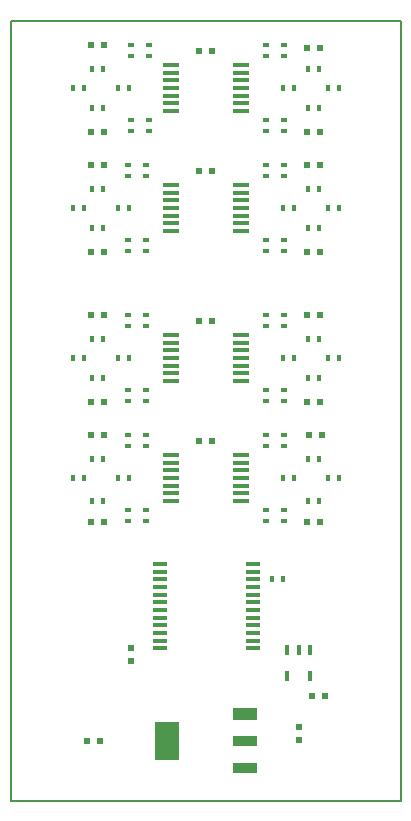
<source format=gbr>
%TF.GenerationSoftware,KiCad,Pcbnew,4.0.2-stable*%
%TF.CreationDate,2021-11-10T19:01:32-08:00*%
%TF.ProjectId,ADC,4144432E6B696361645F706362000000,rev?*%
%TF.FileFunction,Paste,Top*%
%FSLAX46Y46*%
G04 Gerber Fmt 4.6, Leading zero omitted, Abs format (unit mm)*
G04 Created by KiCad (PCBNEW 4.0.2-stable) date 11/10/2021 7:01:32 PM*
%MOMM*%
G01*
G04 APERTURE LIST*
%ADD10C,0.100000*%
%ADD11C,0.150000*%
%ADD12R,0.400000X0.600000*%
%ADD13R,0.600000X0.400000*%
%ADD14R,0.600000X0.500000*%
%ADD15R,1.450000X0.450000*%
%ADD16R,0.500000X0.600000*%
%ADD17R,1.250000X0.400000*%
%ADD18R,2.150000X3.250000*%
%ADD19R,2.150000X0.950000*%
%ADD20R,2.032000X1.016000*%
%ADD21R,0.450000X0.950000*%
G04 APERTURE END LIST*
D10*
D11*
X106680000Y-119380000D02*
X106680000Y-53340000D01*
X139700000Y-119380000D02*
X106680000Y-119380000D01*
X139700000Y-53340000D02*
X139700000Y-119380000D01*
X106680000Y-53340000D02*
X139700000Y-53340000D01*
D12*
X132784000Y-93980000D03*
X131884000Y-93980000D03*
D13*
X118110000Y-84640000D03*
X118110000Y-85540000D03*
X129794000Y-62680000D03*
X129794000Y-61780000D03*
X118110000Y-94800000D03*
X118110000Y-95700000D03*
D12*
X113596000Y-93980000D03*
X114496000Y-93980000D03*
D14*
X132165000Y-110490000D03*
X133265000Y-110490000D03*
X114215000Y-114300000D03*
X113115000Y-114300000D03*
X122640000Y-55880000D03*
X123740000Y-55880000D03*
X114596000Y-55372000D03*
X113496000Y-55372000D03*
X131784000Y-62738000D03*
X132884000Y-62738000D03*
X131784000Y-55626000D03*
X132884000Y-55626000D03*
X122640000Y-66040000D03*
X123740000Y-66040000D03*
X114596000Y-65532000D03*
X113496000Y-65532000D03*
X114596000Y-72898000D03*
X113496000Y-72898000D03*
X131784000Y-72898000D03*
X132884000Y-72898000D03*
X131784000Y-65532000D03*
X132884000Y-65532000D03*
X122640000Y-78740000D03*
X123740000Y-78740000D03*
X114596000Y-78232000D03*
X113496000Y-78232000D03*
X114596000Y-85598000D03*
X113496000Y-85598000D03*
X131784000Y-85598000D03*
X132884000Y-85598000D03*
X131784000Y-78232000D03*
X132884000Y-78232000D03*
X122640000Y-88900000D03*
X123740000Y-88900000D03*
X114596000Y-88392000D03*
X113496000Y-88392000D03*
X114596000Y-95758000D03*
X113496000Y-95758000D03*
X131784000Y-95758000D03*
X132884000Y-95758000D03*
D12*
X129736000Y-100584000D03*
X128836000Y-100584000D03*
X112845000Y-59055000D03*
X111945000Y-59055000D03*
X114496000Y-57404000D03*
X113596000Y-57404000D03*
D13*
X118364000Y-56330000D03*
X118364000Y-55430000D03*
X116840000Y-55430000D03*
X116840000Y-56330000D03*
D12*
X116655000Y-59055000D03*
X115755000Y-59055000D03*
X113596000Y-60706000D03*
X114496000Y-60706000D03*
D13*
X118364000Y-61780000D03*
X118364000Y-62680000D03*
X116840000Y-62680000D03*
X116840000Y-61780000D03*
D12*
X129725000Y-59055000D03*
X130625000Y-59055000D03*
X132784000Y-60706000D03*
X131884000Y-60706000D03*
D13*
X128270000Y-61780000D03*
X128270000Y-62680000D03*
D12*
X133535000Y-59055000D03*
X134435000Y-59055000D03*
X132784000Y-57404000D03*
X131884000Y-57404000D03*
D13*
X128270000Y-56330000D03*
X128270000Y-55430000D03*
X129794000Y-55430000D03*
X129794000Y-56330000D03*
D12*
X112845000Y-69215000D03*
X111945000Y-69215000D03*
X114496000Y-67564000D03*
X113596000Y-67564000D03*
D13*
X118110000Y-66490000D03*
X118110000Y-65590000D03*
X116586000Y-65590000D03*
X116586000Y-66490000D03*
D12*
X116655000Y-69215000D03*
X115755000Y-69215000D03*
X113596000Y-70866000D03*
X114496000Y-70866000D03*
D13*
X118110000Y-71940000D03*
X118110000Y-72840000D03*
X116586000Y-72840000D03*
X116586000Y-71940000D03*
D12*
X129725000Y-69215000D03*
X130625000Y-69215000D03*
X132784000Y-70866000D03*
X131884000Y-70866000D03*
D13*
X128270000Y-71940000D03*
X128270000Y-72840000D03*
X129794000Y-72840000D03*
X129794000Y-71940000D03*
D12*
X133535000Y-69215000D03*
X134435000Y-69215000D03*
X132784000Y-67564000D03*
X131884000Y-67564000D03*
D13*
X128270000Y-66490000D03*
X128270000Y-65590000D03*
X129794000Y-65590000D03*
X129794000Y-66490000D03*
D12*
X112845000Y-81915000D03*
X111945000Y-81915000D03*
X114496000Y-80264000D03*
X113596000Y-80264000D03*
D13*
X118110000Y-79190000D03*
X118110000Y-78290000D03*
X116586000Y-78290000D03*
X116586000Y-79190000D03*
D12*
X116655000Y-81915000D03*
X115755000Y-81915000D03*
X113596000Y-83566000D03*
X114496000Y-83566000D03*
D13*
X116586000Y-85540000D03*
X116586000Y-84640000D03*
D12*
X129725000Y-81915000D03*
X130625000Y-81915000D03*
X132784000Y-83566000D03*
X131884000Y-83566000D03*
D13*
X128270000Y-84640000D03*
X128270000Y-85540000D03*
X129794000Y-85540000D03*
X129794000Y-84640000D03*
D12*
X134435000Y-81915000D03*
X133535000Y-81915000D03*
X132784000Y-80264000D03*
X131884000Y-80264000D03*
D13*
X128270000Y-79190000D03*
X128270000Y-78290000D03*
X129794000Y-78290000D03*
X129794000Y-79190000D03*
D12*
X112845000Y-92075000D03*
X111945000Y-92075000D03*
X114496000Y-90424000D03*
X113596000Y-90424000D03*
D13*
X118110000Y-89350000D03*
X118110000Y-88450000D03*
X116586000Y-88450000D03*
X116586000Y-89350000D03*
D12*
X116655000Y-92075000D03*
X115755000Y-92075000D03*
D13*
X116586000Y-95700000D03*
X116586000Y-94800000D03*
D12*
X129725000Y-92075000D03*
X130625000Y-92075000D03*
D13*
X128270000Y-94800000D03*
X128270000Y-95700000D03*
X129794000Y-95700000D03*
X129794000Y-94800000D03*
D12*
X134435000Y-92075000D03*
X133535000Y-92075000D03*
X132784000Y-90424000D03*
X131884000Y-90424000D03*
D13*
X128270000Y-89350000D03*
X128270000Y-88450000D03*
X129794000Y-88450000D03*
X129794000Y-89350000D03*
D15*
X126140000Y-57105000D03*
X120240000Y-57105000D03*
X126140000Y-57755000D03*
X120240000Y-57755000D03*
X126140000Y-58405000D03*
X120240000Y-58405000D03*
X126140000Y-59055000D03*
X120240000Y-59055000D03*
X126140000Y-59705000D03*
X120240000Y-59705000D03*
X126140000Y-60355000D03*
X120240000Y-60355000D03*
X126140000Y-61005000D03*
X120240000Y-61005000D03*
X126140000Y-67265000D03*
X120240000Y-67265000D03*
X126140000Y-67915000D03*
X120240000Y-67915000D03*
X126140000Y-68565000D03*
X120240000Y-68565000D03*
X126140000Y-69215000D03*
X120240000Y-69215000D03*
X126140000Y-69865000D03*
X120240000Y-69865000D03*
X126140000Y-70515000D03*
X120240000Y-70515000D03*
X126140000Y-71165000D03*
X120240000Y-71165000D03*
X126140000Y-79965000D03*
X120240000Y-79965000D03*
X126140000Y-80615000D03*
X120240000Y-80615000D03*
X126140000Y-81265000D03*
X120240000Y-81265000D03*
X126140000Y-81915000D03*
X120240000Y-81915000D03*
X126140000Y-82565000D03*
X120240000Y-82565000D03*
X126140000Y-83215000D03*
X120240000Y-83215000D03*
X126140000Y-83865000D03*
X120240000Y-83865000D03*
X126140000Y-90125000D03*
X120240000Y-90125000D03*
X126140000Y-90775000D03*
X120240000Y-90775000D03*
X126140000Y-91425000D03*
X120240000Y-91425000D03*
X126140000Y-92075000D03*
X120240000Y-92075000D03*
X126140000Y-92725000D03*
X120240000Y-92725000D03*
X126140000Y-93375000D03*
X120240000Y-93375000D03*
X126140000Y-94025000D03*
X120240000Y-94025000D03*
D16*
X116840000Y-106447500D03*
X116840000Y-107547500D03*
X131127500Y-113115000D03*
X131127500Y-114215000D03*
D14*
X131922000Y-88392000D03*
X133022000Y-88392000D03*
D17*
X119360000Y-106505000D03*
X127160000Y-106505000D03*
X119360000Y-105855000D03*
X127160000Y-105855000D03*
X119360000Y-105205000D03*
X127160000Y-105205000D03*
X119360000Y-104555000D03*
X127160000Y-104555000D03*
X119360000Y-103905000D03*
X127160000Y-103905000D03*
X119360000Y-103255000D03*
X127160000Y-103255000D03*
X119360000Y-102605000D03*
X127160000Y-102605000D03*
X119360000Y-101955000D03*
X127160000Y-101955000D03*
X119360000Y-101305000D03*
X127160000Y-101305000D03*
X119360000Y-100655000D03*
X127160000Y-100655000D03*
X119360000Y-100005000D03*
X127160000Y-100005000D03*
X119360000Y-99355000D03*
X127160000Y-99355000D03*
D18*
X119888000Y-114300000D03*
D19*
X126492000Y-114300000D03*
D20*
X126492000Y-112014000D03*
D19*
X126492000Y-116586000D03*
D14*
X114596000Y-62738000D03*
X113496000Y-62738000D03*
D21*
X132014000Y-108820000D03*
X132014000Y-106620000D03*
X131064000Y-106620000D03*
X130114000Y-108820000D03*
X130114000Y-106620000D03*
M02*

</source>
